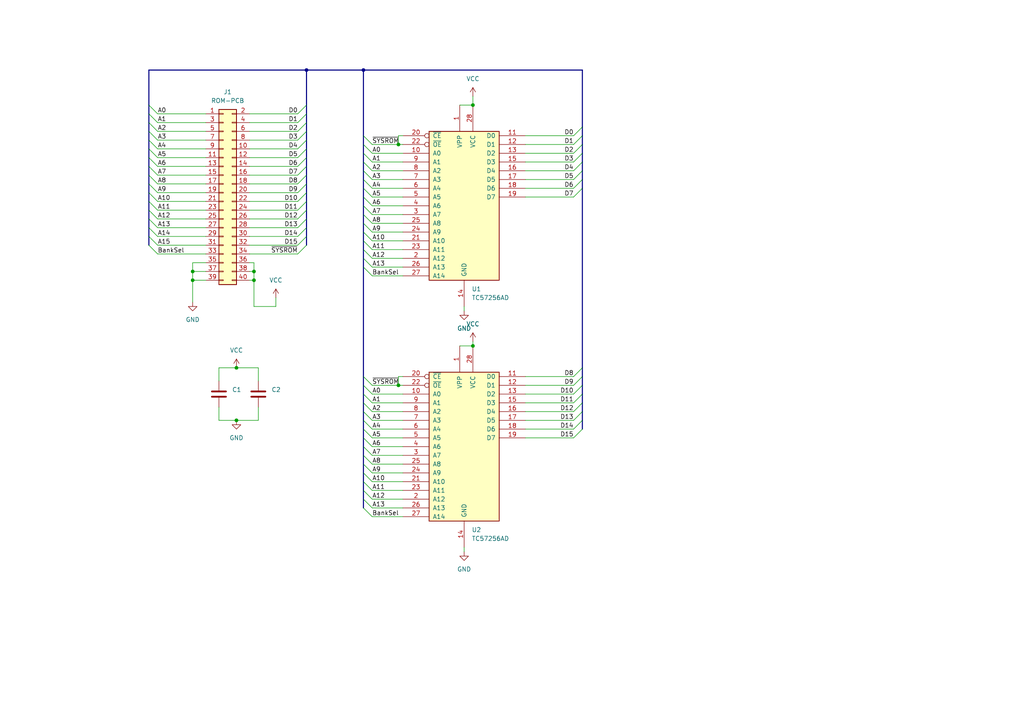
<source format=kicad_sch>
(kicad_sch (version 20230121) (generator eeschema)
  (paper "A4")
  (lib_symbols
    (symbol "Connector_Generic:Conn_02x20_Odd_Even" (pin_names (offset 1.016) hide)
      (property "Reference" "J" (at 1.27 25.4 0))
      (property "Value" "Conn_02x20_Odd_Even" (at 1.27 -27.94 0))
      (symbol "Conn_02x20_Odd_Even_1_1"
        (rectangle (start -1.27 -25.273) (end 0 -25.527) (stroke (width 0.1524)))
        (rectangle (start -1.27 -22.733) (end 0 -22.987) (stroke (width 0.1524)))
        (rectangle (start -1.27 -20.193) (end 0 -20.447) (stroke (width 0.1524)))
        (rectangle (start -1.27 -17.653) (end 0 -17.907) (stroke (width 0.1524)))
        (rectangle (start -1.27 -15.113) (end 0 -15.367) (stroke (width 0.1524)))
        (rectangle (start -1.27 -12.573) (end 0 -12.827) (stroke (width 0.1524)))
        (rectangle (start -1.27 -10.033) (end 0 -10.287) (stroke (width 0.1524)))
        (rectangle (start -1.27 -7.493) (end 0 -7.747) (stroke (width 0.1524)))
        (rectangle (start -1.27 -4.953) (end 0 -5.207) (stroke (width 0.1524)))
        (rectangle (start -1.27 -2.413) (end 0 -2.667) (stroke (width 0.1524)))
        (rectangle (start -1.27 0.127) (end 0 -0.127) (stroke (width 0.1524)))
        (rectangle (start -1.27 2.667) (end 0 2.413) (stroke (width 0.1524)))
        (rectangle (start -1.27 5.207) (end 0 4.953) (stroke (width 0.1524)))
        (rectangle (start -1.27 7.747) (end 0 7.493) (stroke (width 0.1524)))
        (rectangle (start -1.27 10.287) (end 0 10.033) (stroke (width 0.1524)))
        (rectangle (start -1.27 12.827) (end 0 12.573) (stroke (width 0.1524)))
        (rectangle (start -1.27 15.367) (end 0 15.113) (stroke (width 0.1524)))
        (rectangle (start -1.27 17.907) (end 0 17.653) (stroke (width 0.1524)))
        (rectangle (start -1.27 20.447) (end 0 20.193) (stroke (width 0.1524)))
        (rectangle (start -1.27 22.987) (end 0 22.733) (stroke (width 0.1524)))
        (rectangle (start -1.27 24.13) (end 3.81 -26.67) (stroke (width 0.254)) (fill (type background)))
        (rectangle (start 3.81 -25.273) (end 2.54 -25.527) (stroke (width 0.1524)))
        (rectangle (start 3.81 -22.733) (end 2.54 -22.987) (stroke (width 0.1524)))
        (rectangle (start 3.81 -20.193) (end 2.54 -20.447) (stroke (width 0.1524)))
        (rectangle (start 3.81 -17.653) (end 2.54 -17.907) (stroke (width 0.1524)))
        (rectangle (start 3.81 -15.113) (end 2.54 -15.367) (stroke (width 0.1524)))
        (rectangle (start 3.81 -12.573) (end 2.54 -12.827) (stroke (width 0.1524)))
        (rectangle (start 3.81 -10.033) (end 2.54 -10.287) (stroke (width 0.1524)))
        (rectangle (start 3.81 -7.493) (end 2.54 -7.747) (stroke (width 0.1524)))
        (rectangle (start 3.81 -4.953) (end 2.54 -5.207) (stroke (width 0.1524)))
        (rectangle (start 3.81 -2.413) (end 2.54 -2.667) (stroke (width 0.1524)))
        (rectangle (start 3.81 0.127) (end 2.54 -0.127) (stroke (width 0.1524)))
        (rectangle (start 3.81 2.667) (end 2.54 2.413) (stroke (width 0.1524)))
        (rectangle (start 3.81 5.207) (end 2.54 4.953) (stroke (width 0.1524)))
        (rectangle (start 3.81 7.747) (end 2.54 7.493) (stroke (width 0.1524)))
        (rectangle (start 3.81 10.287) (end 2.54 10.033) (stroke (width 0.1524)))
        (rectangle (start 3.81 12.827) (end 2.54 12.573) (stroke (width 0.1524)))
        (rectangle (start 3.81 15.367) (end 2.54 15.113) (stroke (width 0.1524)))
        (rectangle (start 3.81 17.907) (end 2.54 17.653) (stroke (width 0.1524)))
        (rectangle (start 3.81 20.447) (end 2.54 20.193) (stroke (width 0.1524)))
        (rectangle (start 3.81 22.987) (end 2.54 22.733) (stroke (width 0.1524)))
        (pin passive line (at -5.08 22.86 0) (length 3.81) (name "Pin_1") (number "1"))
        (pin passive line (at 7.62 12.7 180) (length 3.81) (name "Pin_10") (number "10"))
        (pin passive line (at -5.08 10.16 0) (length 3.81) (name "Pin_11") (number "11"))
        (pin passive line (at 7.62 10.16 180) (length 3.81) (name "Pin_12") (number "12"))
        (pin passive line (at -5.08 7.62 0) (length 3.81) (name "Pin_13") (number "13"))
        (pin passive line (at 7.62 7.62 180) (length 3.81) (name "Pin_14") (number "14"))
        (pin passive line (at -5.08 5.08 0) (length 3.81) (name "Pin_15") (number "15"))
        (pin passive line (at 7.62 5.08 180) (length 3.81) (name "Pin_16") (number "16"))
        (pin passive line (at -5.08 2.54 0) (length 3.81) (name "Pin_17") (number "17"))
        (pin passive line (at 7.62 2.54 180) (length 3.81) (name "Pin_18") (number "18"))
        (pin passive line (at -5.08 0 0) (length 3.81) (name "Pin_19") (number "19"))
        (pin passive line (at 7.62 22.86 180) (length 3.81) (name "Pin_2") (number "2"))
        (pin passive line (at 7.62 0 180) (length 3.81) (name "Pin_20") (number "20"))
        (pin passive line (at -5.08 -2.54 0) (length 3.81) (name "Pin_21") (number "21"))
        (pin passive line (at 7.62 -2.54 180) (length 3.81) (name "Pin_22") (number "22"))
        (pin passive line (at -5.08 -5.08 0) (length 3.81) (name "Pin_23") (number "23"))
        (pin passive line (at 7.62 -5.08 180) (length 3.81) (name "Pin_24") (number "24"))
        (pin passive line (at -5.08 -7.62 0) (length 3.81) (name "Pin_25") (number "25"))
        (pin passive line (at 7.62 -7.62 180) (length 3.81) (name "Pin_26") (number "26"))
        (pin passive line (at -5.08 -10.16 0) (length 3.81) (name "Pin_27") (number "27"))
        (pin passive line (at 7.62 -10.16 180) (length 3.81) (name "Pin_28") (number "28"))
        (pin passive line (at -5.08 -12.7 0) (length 3.81) (name "Pin_29") (number "29"))
        (pin passive line (at -5.08 20.32 0) (length 3.81) (name "Pin_3") (number "3"))
        (pin passive line (at 7.62 -12.7 180) (length 3.81) (name "Pin_30") (number "30"))
        (pin passive line (at -5.08 -15.24 0) (length 3.81) (name "Pin_31") (number "31"))
        (pin passive line (at 7.62 -15.24 180) (length 3.81) (name "Pin_32") (number "32"))
        (pin passive line (at -5.08 -17.78 0) (length 3.81) (name "Pin_33") (number "33"))
        (pin passive line (at 7.62 -17.78 180) (length 3.81) (name "Pin_34") (number "34"))
        (pin passive line (at -5.08 -20.32 0) (length 3.81) (name "Pin_35") (number "35"))
        (pin passive line (at 7.62 -20.32 180) (length 3.81) (name "Pin_36") (number "36"))
        (pin passive line (at -5.08 -22.86 0) (length 3.81) (name "Pin_37") (number "37"))
        (pin passive line (at 7.62 -22.86 180) (length 3.81) (name "Pin_38") (number "38"))
        (pin passive line (at -5.08 -25.4 0) (length 3.81) (name "Pin_39") (number "39"))
        (pin passive line (at 7.62 20.32 180) (length 3.81) (name "Pin_4") (number "4"))
        (pin passive line (at 7.62 -25.4 180) (length 3.81) (name "Pin_40") (number "40"))
        (pin passive line (at -5.08 17.78 0) (length 3.81) (name "Pin_5") (number "5"))
        (pin passive line (at 7.62 17.78 180) (length 3.81) (name "Pin_6") (number "6"))
        (pin passive line (at -5.08 15.24 0) (length 3.81) (name "Pin_7") (number "7"))
        (pin passive line (at 7.62 15.24 180) (length 3.81) (name "Pin_8") (number "8"))
        (pin passive line (at -5.08 12.7 0) (length 3.81) (name "Pin_9") (number "9"))
      )
    )
    (symbol "CustomChips:TC57256AD" (pin_names (offset 1.016))
      (property "Reference" "U" (at -8.8392 22.86 0))
      (property "Value" "TC57256AD" (at 0 0 0))
      (symbol "TC57256AD_0_1"
        (rectangle (start -10.16 20.32) (end -10.16 20.32))
        (rectangle (start -10.16 21.59) (end 10.16 -21.59) (stroke (width 0.254)) (fill (type background)))
      )
      (symbol "TC57256AD_1_1"
        (pin power_in line (at -1.27 29.21 270) (length 7.62) (name "VPP") (number "1"))
        (pin input line (at -17.78 15.24 0) (length 7.62) (name "A0") (number "10"))
        (pin tri_state line (at 17.78 20.32 180) (length 7.62) (name "D0") (number "11"))
        (pin tri_state line (at 17.78 17.78 180) (length 7.62) (name "D1") (number "12"))
        (pin tri_state line (at 17.78 15.24 180) (length 7.62) (name "D2") (number "13"))
        (pin power_in line (at 0 -29.21 90) (length 7.62) (name "GND") (number "14"))
        (pin tri_state line (at 17.78 12.7 180) (length 7.62) (name "D3") (number "15"))
        (pin tri_state line (at 17.78 10.16 180) (length 7.62) (name "D4") (number "16"))
        (pin tri_state line (at 17.78 7.62 180) (length 7.62) (name "D5") (number "17"))
        (pin tri_state line (at 17.78 5.08 180) (length 7.62) (name "D6") (number "18"))
        (pin tri_state line (at 17.78 2.54 180) (length 7.62) (name "D7") (number "19"))
        (pin input line (at -17.78 -15.24 0) (length 7.62) (name "A12") (number "2"))
        (pin input inverted (at -17.78 20.32 0) (length 7.62) (name "~{CE}") (number "20"))
        (pin input line (at -17.78 -10.16 0) (length 7.62) (name "A10") (number "21"))
        (pin input inverted (at -17.78 17.78 0) (length 7.62) (name "~{OE}") (number "22"))
        (pin input line (at -17.78 -12.7 0) (length 7.62) (name "A11") (number "23"))
        (pin input line (at -17.78 -7.62 0) (length 7.62) (name "A9") (number "24"))
        (pin input line (at -17.78 -5.08 0) (length 7.62) (name "A8") (number "25"))
        (pin input line (at -17.78 -17.78 0) (length 7.62) (name "A13") (number "26"))
        (pin input line (at -17.78 -20.32 0) (length 7.62) (name "A14") (number "27"))
        (pin power_in line (at 2.54 29.21 270) (length 7.62) (name "VCC") (number "28"))
        (pin input line (at -17.78 -2.54 0) (length 7.62) (name "A7") (number "3"))
        (pin input line (at -17.78 0 0) (length 7.62) (name "A6") (number "4"))
        (pin input line (at -17.78 2.54 0) (length 7.62) (name "A5") (number "5"))
        (pin input line (at -17.78 5.08 0) (length 7.62) (name "A4") (number "6"))
        (pin input line (at -17.78 7.62 0) (length 7.62) (name "A3") (number "7"))
        (pin input line (at -17.78 10.16 0) (length 7.62) (name "A2") (number "8"))
        (pin input line (at -17.78 12.7 0) (length 7.62) (name "A1") (number "9"))
      )
    )
    (symbol "Device:C" (pin_numbers hide) (pin_names (offset 0.254))
      (property "Reference" "C" (at 0.635 2.54 0))
      (property "Value" "C" (at 0.635 -2.54 0))
      (symbol "C_0_1"
        (polyline (pts (xy -2.032 -0.762) (xy 2.032 -0.762)) (stroke (width 0.508)))
        (polyline (pts (xy -2.032 0.762) (xy 2.032 0.762)) (stroke (width 0.508)))
      )
      (symbol "C_1_1"
        (pin passive line (at 0 3.81 270) (length 2.794) (name "~") (number "1"))
        (pin passive line (at 0 -3.81 90) (length 2.794) (name "~") (number "2"))
      )
    )
    (symbol "power:GND" (power) (pin_names (offset 0))
      (property "Value" "GND" (at 0 -3.81 0))
      (symbol "GND_0_1"
        (polyline (pts (xy 0 0) (xy 0 -1.27) (xy 1.27 -1.27) (xy 0 -2.54) (xy -1.27 -1.27) (xy 0 -1.27)))
      )
      (symbol "GND_1_1"
        (pin power_in line (at 0 0 270) (length 0) hide (name "GND") (number "1"))
      )
    )
    (symbol "power:VCC" (power) (pin_names (offset 0))
      (property "Value" "VCC" (at 0 3.81 0))
      (symbol "VCC_0_1"
        (polyline (pts (xy -0.762 1.27) (xy 0 2.54)))
        (polyline (pts (xy 0 0) (xy 0 2.54)))
        (polyline (pts (xy 0 2.54) (xy 0.762 1.27)))
      )
      (symbol "VCC_1_1"
        (pin power_in line (at 0 0 90) (length 0) hide (name "VCC") (number "1"))
      )
    )
  )
  (junction (at 115.57 41.91))
  (junction (at 137.16 30.48))
  (junction (at 73.66 78.74))
  (junction (at 105.41 20.32))
  (junction (at 55.88 78.74))
  (junction (at 88.9 20.32))
  (junction (at 137.16 100.33))
  (junction (at 115.57 111.76))
  (junction (at 68.58 106.68))
  (junction (at 73.66 81.28))
  (junction (at 55.88 81.28))
  (junction (at 68.58 121.92))
  (bus_entry (at 45.72 53.34) (size -2.54 -2.54))
  (bus_entry (at 168.91 49.53) (size -2.54 2.54))
  (bus_entry (at 88.9 68.58) (size -2.54 2.54))
  (bus_entry (at 107.95 121.92) (size -2.54 -2.54))
  (bus_entry (at 45.72 66.04) (size -2.54 -2.54))
  (bus_entry (at 88.9 55.88) (size -2.54 2.54))
  (bus_entry (at 45.72 58.42) (size -2.54 -2.54))
  (bus_entry (at 45.72 60.96) (size -2.54 -2.54))
  (bus_entry (at 107.95 44.45) (size -2.54 -2.54))
  (bus_entry (at 107.95 64.77) (size -2.54 -2.54))
  (bus_entry (at 107.95 46.99) (size -2.54 -2.54))
  (bus_entry (at 168.91 111.76) (size -2.54 2.54))
  (bus_entry (at 88.9 30.48) (size -2.54 2.54))
  (bus_entry (at 107.95 77.47) (size -2.54 -2.54))
  (bus_entry (at 107.95 147.32) (size -2.54 -2.54))
  (bus_entry (at 45.72 68.58) (size -2.54 -2.54))
  (bus_entry (at 107.95 124.46) (size -2.54 -2.54))
  (bus_entry (at 168.91 36.83) (size -2.54 2.54))
  (bus_entry (at 107.95 72.39) (size -2.54 -2.54))
  (bus_entry (at 45.72 48.26) (size -2.54 -2.54))
  (bus_entry (at 168.91 46.99) (size -2.54 2.54))
  (bus_entry (at 45.72 33.02) (size -2.54 -2.54))
  (bus_entry (at 88.9 50.8) (size -2.54 2.54))
  (bus_entry (at 107.95 142.24) (size -2.54 -2.54))
  (bus_entry (at 107.95 134.62) (size -2.54 -2.54))
  (bus_entry (at 88.9 58.42) (size -2.54 2.54))
  (bus_entry (at 107.95 74.93) (size -2.54 -2.54))
  (bus_entry (at 107.95 62.23) (size -2.54 -2.54))
  (bus_entry (at 168.91 39.37) (size -2.54 2.54))
  (bus_entry (at 45.72 45.72) (size -2.54 -2.54))
  (bus_entry (at 88.9 63.5) (size -2.54 2.54))
  (bus_entry (at 88.9 60.96) (size -2.54 2.54))
  (bus_entry (at 88.9 71.12) (size -2.54 2.54))
  (bus_entry (at 107.95 127) (size -2.54 -2.54))
  (bus_entry (at 107.95 149.86) (size -2.54 -2.54))
  (bus_entry (at 107.95 144.78) (size -2.54 -2.54))
  (bus_entry (at 168.91 114.3) (size -2.54 2.54))
  (bus_entry (at 45.72 50.8) (size -2.54 -2.54))
  (bus_entry (at 107.95 132.08) (size -2.54 -2.54))
  (bus_entry (at 107.95 129.54) (size -2.54 -2.54))
  (bus_entry (at 107.95 137.16) (size -2.54 -2.54))
  (bus_entry (at 88.9 40.64) (size -2.54 2.54))
  (bus_entry (at 168.91 121.92) (size -2.54 2.54))
  (bus_entry (at 45.72 71.12) (size -2.54 -2.54))
  (bus_entry (at 107.95 80.01) (size -2.54 -2.54))
  (bus_entry (at 168.91 44.45) (size -2.54 2.54))
  (bus_entry (at 88.9 53.34) (size -2.54 2.54))
  (bus_entry (at 105.41 39.37) (size 2.54 2.54))
  (bus_entry (at 168.91 41.91) (size -2.54 2.54))
  (bus_entry (at 107.95 69.85) (size -2.54 -2.54))
  (bus_entry (at 105.41 109.22) (size 2.54 2.54))
  (bus_entry (at 88.9 45.72) (size -2.54 2.54))
  (bus_entry (at 168.91 54.61) (size -2.54 2.54))
  (bus_entry (at 107.95 139.7) (size -2.54 -2.54))
  (bus_entry (at 88.9 43.18) (size -2.54 2.54))
  (bus_entry (at 107.95 59.69) (size -2.54 -2.54))
  (bus_entry (at 107.95 67.31) (size -2.54 -2.54))
  (bus_entry (at 168.91 116.84) (size -2.54 2.54))
  (bus_entry (at 168.91 109.22) (size -2.54 2.54))
  (bus_entry (at 168.91 124.46) (size -2.54 2.54))
  (bus_entry (at 45.72 40.64) (size -2.54 -2.54))
  (bus_entry (at 88.9 48.26) (size -2.54 2.54))
  (bus_entry (at 45.72 55.88) (size -2.54 -2.54))
  (bus_entry (at 88.9 35.56) (size -2.54 2.54))
  (bus_entry (at 168.91 106.68) (size -2.54 2.54))
  (bus_entry (at 45.72 43.18) (size -2.54 -2.54))
  (bus_entry (at 168.91 52.07) (size -2.54 2.54))
  (bus_entry (at 43.18 71.12) (size 2.54 2.54))
  (bus_entry (at 45.72 38.1) (size -2.54 -2.54))
  (bus_entry (at 88.9 38.1) (size -2.54 2.54))
  (bus_entry (at 88.9 33.02) (size -2.54 2.54))
  (bus_entry (at 107.95 116.84) (size -2.54 -2.54))
  (bus_entry (at 107.95 57.15) (size -2.54 -2.54))
  (bus_entry (at 107.95 54.61) (size -2.54 -2.54))
  (bus_entry (at 107.95 52.07) (size -2.54 -2.54))
  (bus_entry (at 107.95 49.53) (size -2.54 -2.54))
  (bus_entry (at 107.95 114.3) (size -2.54 -2.54))
  (bus_entry (at 107.95 119.38) (size -2.54 -2.54))
  (bus_entry (at 88.9 66.04) (size -2.54 2.54))
  (bus_entry (at 168.91 119.38) (size -2.54 2.54))
  (bus_entry (at 45.72 63.5) (size -2.54 -2.54))
  (bus_entry (at 45.72 35.56) (size -2.54 -2.54))
  (wire (pts (xy 107.95 77.47) (xy 116.84 77.47)))
  (wire (pts (xy 74.93 118.11) (xy 74.93 121.92)))
  (wire (pts (xy 59.69 33.02) (xy 45.72 33.02)))
  (bus (pts (xy 88.9 58.42) (xy 88.9 60.96)))
  (wire (pts (xy 73.66 81.28) (xy 72.39 81.28)))
  (bus (pts (xy 88.9 50.8) (xy 88.9 53.34)))
  (wire (pts (xy 59.69 66.04) (xy 45.72 66.04)))
  (bus (pts (xy 105.41 119.38) (xy 105.41 116.84)))
  (wire (pts (xy 55.88 78.74) (xy 59.69 78.74)))
  (wire (pts (xy 63.5 118.11) (xy 63.5 121.92)))
  (wire (pts (xy 152.4 57.15) (xy 166.37 57.15)))
  (bus (pts (xy 168.91 52.07) (xy 168.91 54.61)))
  (wire (pts (xy 72.39 68.58) (xy 86.36 68.58)))
  (wire (pts (xy 137.16 99.06) (xy 137.16 100.33)))
  (wire (pts (xy 72.39 58.42) (xy 86.36 58.42)))
  (bus (pts (xy 43.18 55.88) (xy 43.18 53.34)))
  (wire (pts (xy 152.4 116.84) (xy 166.37 116.84)))
  (bus (pts (xy 168.91 116.84) (xy 168.91 119.38)))
  (wire (pts (xy 107.95 111.76) (xy 115.57 111.76)))
  (bus (pts (xy 105.41 114.3) (xy 105.41 116.84)))
  (bus (pts (xy 105.41 52.07) (xy 105.41 49.53)))
  (wire (pts (xy 107.95 114.3) (xy 116.84 114.3)))
  (bus (pts (xy 43.18 66.04) (xy 43.18 63.5)))
  (bus (pts (xy 105.41 59.69) (xy 105.41 57.15)))
  (wire (pts (xy 107.95 64.77) (xy 116.84 64.77)))
  (wire (pts (xy 59.69 40.64) (xy 45.72 40.64)))
  (wire (pts (xy 72.39 43.18) (xy 86.36 43.18)))
  (bus (pts (xy 43.18 68.58) (xy 43.18 71.12)))
  (bus (pts (xy 43.18 63.5) (xy 43.18 60.96)))
  (wire (pts (xy 107.95 49.53) (xy 116.84 49.53)))
  (wire (pts (xy 107.95 44.45) (xy 116.84 44.45)))
  (bus (pts (xy 105.41 77.47) (xy 105.41 109.22)))
  (bus (pts (xy 88.9 38.1) (xy 88.9 40.64)))
  (wire (pts (xy 152.4 54.61) (xy 166.37 54.61)))
  (bus (pts (xy 88.9 48.26) (xy 88.9 50.8)))
  (bus (pts (xy 88.9 33.02) (xy 88.9 35.56)))
  (wire (pts (xy 133.35 30.48) (xy 137.16 30.48)))
  (wire (pts (xy 59.69 60.96) (xy 45.72 60.96)))
  (wire (pts (xy 107.95 41.91) (xy 115.57 41.91)))
  (bus (pts (xy 105.41 20.32) (xy 105.41 39.37)))
  (bus (pts (xy 43.18 38.1) (xy 43.18 35.56)))
  (wire (pts (xy 59.69 53.34) (xy 45.72 53.34)))
  (wire (pts (xy 63.5 110.49) (xy 63.5 106.68)))
  (wire (pts (xy 72.39 45.72) (xy 86.36 45.72)))
  (wire (pts (xy 152.4 127) (xy 166.37 127)))
  (wire (pts (xy 133.35 100.33) (xy 137.16 100.33)))
  (wire (pts (xy 59.69 68.58) (xy 45.72 68.58)))
  (wire (pts (xy 59.69 38.1) (xy 45.72 38.1)))
  (wire (pts (xy 45.72 73.66) (xy 59.69 73.66)))
  (wire (pts (xy 107.95 142.24) (xy 116.84 142.24)))
  (wire (pts (xy 107.95 121.92) (xy 116.84 121.92)))
  (bus (pts (xy 168.91 121.92) (xy 168.91 124.46)))
  (bus (pts (xy 43.18 48.26) (xy 43.18 45.72)))
  (wire (pts (xy 107.95 134.62) (xy 116.84 134.62)))
  (bus (pts (xy 105.41 114.3) (xy 105.41 111.76)))
  (wire (pts (xy 68.58 106.68) (xy 74.93 106.68)))
  (wire (pts (xy 107.95 139.7) (xy 116.84 139.7)))
  (wire (pts (xy 107.95 80.01) (xy 116.84 80.01)))
  (bus (pts (xy 88.9 20.32) (xy 88.9 30.48)))
  (wire (pts (xy 152.4 121.92) (xy 166.37 121.92)))
  (wire (pts (xy 116.84 109.22) (xy 115.57 109.22)))
  (wire (pts (xy 63.5 106.68) (xy 68.58 106.68)))
  (bus (pts (xy 168.91 54.61) (xy 168.91 106.68)))
  (bus (pts (xy 168.91 20.32) (xy 105.41 20.32)))
  (bus (pts (xy 43.18 33.02) (xy 43.18 30.48)))
  (bus (pts (xy 43.18 33.02) (xy 43.18 35.56)))
  (wire (pts (xy 107.95 116.84) (xy 116.84 116.84)))
  (wire (pts (xy 152.4 41.91) (xy 166.37 41.91)))
  (bus (pts (xy 88.9 53.34) (xy 88.9 55.88)))
  (bus (pts (xy 105.41 124.46) (xy 105.41 121.92)))
  (wire (pts (xy 115.57 109.22) (xy 115.57 111.76)))
  (bus (pts (xy 105.41 137.16) (xy 105.41 134.62)))
  (bus (pts (xy 43.18 58.42) (xy 43.18 55.88)))
  (wire (pts (xy 72.39 55.88) (xy 86.36 55.88)))
  (bus (pts (xy 88.9 66.04) (xy 88.9 68.58)))
  (wire (pts (xy 72.39 33.02) (xy 86.36 33.02)))
  (wire (pts (xy 72.39 35.56) (xy 86.36 35.56)))
  (wire (pts (xy 107.95 119.38) (xy 116.84 119.38)))
  (bus (pts (xy 105.41 69.85) (xy 105.41 67.31)))
  (bus (pts (xy 105.41 59.69) (xy 105.41 62.23)))
  (bus (pts (xy 105.41 39.37) (xy 105.41 41.91)))
  (bus (pts (xy 88.9 35.56) (xy 88.9 38.1)))
  (wire (pts (xy 80.01 88.9) (xy 80.01 86.36)))
  (wire (pts (xy 72.39 73.66) (xy 86.36 73.66)))
  (bus (pts (xy 168.91 114.3) (xy 168.91 116.84)))
  (wire (pts (xy 107.95 67.31) (xy 116.84 67.31)))
  (wire (pts (xy 137.16 27.94) (xy 137.16 30.48)))
  (wire (pts (xy 107.95 144.78) (xy 116.84 144.78)))
  (wire (pts (xy 74.93 121.92) (xy 68.58 121.92)))
  (wire (pts (xy 107.95 52.07) (xy 116.84 52.07)))
  (wire (pts (xy 107.95 57.15) (xy 116.84 57.15)))
  (bus (pts (xy 168.91 119.38) (xy 168.91 121.92)))
  (wire (pts (xy 59.69 48.26) (xy 45.72 48.26)))
  (wire (pts (xy 72.39 60.96) (xy 86.36 60.96)))
  (bus (pts (xy 168.91 109.22) (xy 168.91 111.76)))
  (bus (pts (xy 43.18 40.64) (xy 43.18 38.1)))
  (bus (pts (xy 168.91 111.76) (xy 168.91 114.3)))
  (wire (pts (xy 115.57 41.91) (xy 116.84 41.91)))
  (bus (pts (xy 105.41 109.22) (xy 105.41 111.76)))
  (bus (pts (xy 43.18 20.32) (xy 43.18 30.48)))
  (bus (pts (xy 43.18 68.58) (xy 43.18 66.04)))
  (wire (pts (xy 116.84 39.37) (xy 115.57 39.37)))
  (bus (pts (xy 168.91 39.37) (xy 168.91 41.91)))
  (bus (pts (xy 88.9 63.5) (xy 88.9 66.04)))
  (wire (pts (xy 72.39 78.74) (xy 73.66 78.74)))
  (wire (pts (xy 73.66 88.9) (xy 80.01 88.9)))
  (bus (pts (xy 105.41 129.54) (xy 105.41 127)))
  (wire (pts (xy 107.95 149.86) (xy 116.84 149.86)))
  (wire (pts (xy 72.39 53.34) (xy 86.36 53.34)))
  (wire (pts (xy 115.57 111.76) (xy 116.84 111.76)))
  (wire (pts (xy 107.95 74.93) (xy 116.84 74.93)))
  (wire (pts (xy 74.93 106.68) (xy 74.93 110.49)))
  (wire (pts (xy 55.88 81.28) (xy 59.69 81.28)))
  (wire (pts (xy 72.39 50.8) (xy 86.36 50.8)))
  (wire (pts (xy 152.4 119.38) (xy 166.37 119.38)))
  (bus (pts (xy 105.41 121.92) (xy 105.41 119.38)))
  (bus (pts (xy 43.18 60.96) (xy 43.18 58.42)))
  (bus (pts (xy 88.9 20.32) (xy 105.41 20.32)))
  (bus (pts (xy 105.41 49.53) (xy 105.41 46.99)))
  (wire (pts (xy 152.4 124.46) (xy 166.37 124.46)))
  (bus (pts (xy 105.41 64.77) (xy 105.41 62.23)))
  (bus (pts (xy 105.41 147.32) (xy 105.41 144.78)))
  (bus (pts (xy 105.41 139.7) (xy 105.41 137.16)))
  (bus (pts (xy 88.9 30.48) (xy 88.9 33.02)))
  (wire (pts (xy 59.69 35.56) (xy 45.72 35.56)))
  (wire (pts (xy 107.95 59.69) (xy 116.84 59.69)))
  (wire (pts (xy 115.57 39.37) (xy 115.57 41.91)))
  (bus (pts (xy 168.91 36.83) (xy 168.91 39.37)))
  (wire (pts (xy 107.95 72.39) (xy 116.84 72.39)))
  (bus (pts (xy 105.41 129.54) (xy 105.41 132.08)))
  (wire (pts (xy 55.88 76.2) (xy 55.88 78.74)))
  (wire (pts (xy 152.4 114.3) (xy 166.37 114.3)))
  (bus (pts (xy 43.18 45.72) (xy 43.18 43.18)))
  (wire (pts (xy 59.69 50.8) (xy 45.72 50.8)))
  (bus (pts (xy 168.91 49.53) (xy 168.91 52.07)))
  (wire (pts (xy 72.39 48.26) (xy 86.36 48.26)))
  (bus (pts (xy 105.41 44.45) (xy 105.41 41.91)))
  (wire (pts (xy 107.95 124.46) (xy 116.84 124.46)))
  (bus (pts (xy 105.41 127) (xy 105.41 124.46)))
  (wire (pts (xy 72.39 38.1) (xy 86.36 38.1)))
  (wire (pts (xy 63.5 121.92) (xy 68.58 121.92)))
  (wire (pts (xy 152.4 46.99) (xy 166.37 46.99)))
  (wire (pts (xy 72.39 76.2) (xy 73.66 76.2)))
  (bus (pts (xy 105.41 134.62) (xy 105.41 132.08)))
  (bus (pts (xy 88.9 60.96) (xy 88.9 63.5)))
  (wire (pts (xy 107.95 137.16) (xy 116.84 137.16)))
  (bus (pts (xy 88.9 55.88) (xy 88.9 58.42)))
  (bus (pts (xy 168.91 46.99) (xy 168.91 49.53)))
  (wire (pts (xy 59.69 45.72) (xy 45.72 45.72)))
  (bus (pts (xy 105.41 74.93) (xy 105.41 72.39)))
  (wire (pts (xy 72.39 66.04) (xy 86.36 66.04)))
  (bus (pts (xy 43.18 20.32) (xy 88.9 20.32)))
  (bus (pts (xy 168.91 20.32) (xy 168.91 36.83)))
  (wire (pts (xy 72.39 40.64) (xy 86.36 40.64)))
  (wire (pts (xy 73.66 81.28) (xy 73.66 88.9)))
  (bus (pts (xy 43.18 48.26) (xy 43.18 50.8)))
  (wire (pts (xy 152.4 39.37) (xy 166.37 39.37)))
  (wire (pts (xy 107.95 62.23) (xy 116.84 62.23)))
  (wire (pts (xy 55.88 78.74) (xy 55.88 81.28)))
  (bus (pts (xy 105.41 57.15) (xy 105.41 54.61)))
  (bus (pts (xy 88.9 40.64) (xy 88.9 43.18)))
  (bus (pts (xy 105.41 44.45) (xy 105.41 46.99)))
  (wire (pts (xy 59.69 76.2) (xy 55.88 76.2)))
  (wire (pts (xy 152.4 111.76) (xy 166.37 111.76)))
  (bus (pts (xy 88.9 43.18) (xy 88.9 45.72)))
  (bus (pts (xy 105.41 77.47) (xy 105.41 74.93)))
  (wire (pts (xy 107.95 129.54) (xy 116.84 129.54)))
  (bus (pts (xy 168.91 41.91) (xy 168.91 44.45)))
  (wire (pts (xy 55.88 81.28) (xy 55.88 87.63)))
  (bus (pts (xy 105.41 72.39) (xy 105.41 69.85)))
  (wire (pts (xy 152.4 49.53) (xy 166.37 49.53)))
  (wire (pts (xy 152.4 52.07) (xy 166.37 52.07)))
  (wire (pts (xy 107.95 69.85) (xy 116.84 69.85)))
  (bus (pts (xy 88.9 68.58) (xy 88.9 71.12)))
  (wire (pts (xy 73.66 76.2) (xy 73.66 78.74)))
  (wire (pts (xy 152.4 109.22) (xy 166.37 109.22)))
  (bus (pts (xy 105.41 144.78) (xy 105.41 142.24)))
  (wire (pts (xy 152.4 44.45) (xy 166.37 44.45)))
  (wire (pts (xy 107.95 132.08) (xy 116.84 132.08)))
  (wire (pts (xy 59.69 71.12) (xy 45.72 71.12)))
  (bus (pts (xy 168.91 106.68) (xy 168.91 109.22)))
  (wire (pts (xy 134.62 158.75) (xy 134.62 160.02)))
  (wire (pts (xy 59.69 55.88) (xy 45.72 55.88)))
  (bus (pts (xy 88.9 45.72) (xy 88.9 48.26)))
  (wire (pts (xy 73.66 78.74) (xy 73.66 81.28)))
  (bus (pts (xy 168.91 44.45) (xy 168.91 46.99)))
  (wire (pts (xy 59.69 63.5) (xy 45.72 63.5)))
  (wire (pts (xy 107.95 127) (xy 116.84 127)))
  (wire (pts (xy 134.62 88.9) (xy 134.62 90.17)))
  (wire (pts (xy 59.69 58.42) (xy 45.72 58.42)))
  (bus (pts (xy 43.18 43.18) (xy 43.18 40.64)))
  (wire (pts (xy 107.95 54.61) (xy 116.84 54.61)))
  (bus (pts (xy 105.41 54.61) (xy 105.41 52.07)))
  (bus (pts (xy 43.18 53.34) (xy 43.18 50.8)))
  (wire (pts (xy 72.39 71.12) (xy 86.36 71.12)))
  (wire (pts (xy 107.95 147.32) (xy 116.84 147.32)))
  (wire (pts (xy 72.39 63.5) (xy 86.36 63.5)))
  (bus (pts (xy 105.41 142.24) (xy 105.41 139.7)))
  (bus (pts (xy 105.41 67.31) (xy 105.41 64.77)))
  (wire (pts (xy 59.69 43.18) (xy 45.72 43.18)))
  (wire (pts (xy 107.95 46.99) (xy 116.84 46.99)))
  (label "D8" (at 166.37 109.22 180))
  (label "A2" (at 45.72 38.1 0))
  (label "D12" (at 86.36 63.5 180))
  (label "A9" (at 107.95 67.31 0))
  (label "A0" (at 45.72 33.02 0))
  (label "A8" (at 107.95 134.62 0))
  (label "D10" (at 166.37 114.3 180))
  (label "A1" (at 107.95 116.84 0))
  (label "A8" (at 45.72 53.34 0))
  (label "D13" (at 86.36 66.04 180))
  (label "D13" (at 166.37 121.92 180))
  (label "D10" (at 86.36 58.42 180))
  (label "A2" (at 107.95 49.53 0))
  (label "D0" (at 86.36 33.02 180))
  (label "D11" (at 86.36 60.96 180))
  (label "A5" (at 45.72 45.72 0))
  (label "BankSel" (at 107.95 80.01 0))
  (label "A10" (at 45.72 58.42 0))
  (label "D4" (at 86.36 43.18 180))
  (label "D12" (at 166.37 119.38 180))
  (label "A0" (at 107.95 114.3 0))
  (label "D9" (at 86.36 55.88 180))
  (label "D1" (at 166.37 41.91 180))
  (label "D3" (at 166.37 46.99 180))
  (label "A9" (at 107.95 137.16 0))
  (label "BankSel" (at 45.72 73.66 0))
  (label "A13" (at 107.95 147.32 0))
  (label "A12" (at 107.95 144.78 0))
  (label "~{SYSROM}" (at 86.36 73.66 180))
  (label "D14" (at 86.36 68.58 180))
  (label "A5" (at 107.95 57.15 0))
  (label "D5" (at 166.37 52.07 180))
  (label "A7" (at 107.95 62.23 0))
  (label "D2" (at 86.36 38.1 180))
  (label "A14" (at 45.72 68.58 0))
  (label "D15" (at 166.37 127 180))
  (label "A5" (at 107.95 127 0))
  (label "A6" (at 45.72 48.26 0))
  (label "D7" (at 166.37 57.15 180))
  (label "A9" (at 45.72 55.88 0))
  (label "A2" (at 107.95 119.38 0))
  (label "A0" (at 107.95 44.45 0))
  (label "A8" (at 107.95 64.77 0))
  (label "D5" (at 86.36 45.72 180))
  (label "D14" (at 166.37 124.46 180))
  (label "D11" (at 166.37 116.84 180))
  (label "A6" (at 107.95 59.69 0))
  (label "A10" (at 107.95 69.85 0))
  (label "D15" (at 86.36 71.12 180))
  (label "A7" (at 107.95 132.08 0))
  (label "D9" (at 166.37 111.76 180))
  (label "A4" (at 45.72 43.18 0))
  (label "BankSel" (at 107.95 149.86 0))
  (label "D6" (at 86.36 48.26 180))
  (label "A6" (at 107.95 129.54 0))
  (label "A3" (at 45.72 40.64 0))
  (label "A3" (at 107.95 52.07 0))
  (label "D8" (at 86.36 53.34 180))
  (label "A1" (at 107.95 46.99 0))
  (label "A15" (at 45.72 71.12 0))
  (label "~{SYSROM}" (at 107.95 111.76 0))
  (label "D0" (at 166.37 39.37 180))
  (label "A11" (at 45.72 60.96 0))
  (label "A3" (at 107.95 121.92 0))
  (label "A11" (at 107.95 72.39 0))
  (label "A4" (at 107.95 54.61 0))
  (label "A7" (at 45.72 50.8 0))
  (label "A13" (at 107.95 77.47 0))
  (label "A11" (at 107.95 142.24 0))
  (label "D3" (at 86.36 40.64 180))
  (label "A12" (at 107.95 74.93 0))
  (label "A1" (at 45.72 35.56 0))
  (label "D6" (at 166.37 54.61 180))
  (label "D7" (at 86.36 50.8 180))
  (label "A4" (at 107.95 124.46 0))
  (label "D4" (at 166.37 49.53 180))
  (label "A10" (at 107.95 139.7 0))
  (label "~{SYSROM}" (at 107.95 41.91 0))
  (label "D1" (at 86.36 35.56 180))
  (label "A13" (at 45.72 66.04 0))
  (label "D2" (at 166.37 44.45 180))
  (label "A12" (at 45.72 63.5 0))
  (symbol (lib_id "Connector_Generic:Conn_02x20_Odd_Even") (at 64.77 55.88 0) (unit 1)
    (property "Reference" "J1" (at 66.04 26.67 0))
    (property "Value" "ROM-PCB" (at 66.04 29.21 0))
    (property "Footprint" "Connector_PinHeader_2.54mm:PinHeader_2x20_P2.54mm_Vertical" (effects hide))
  )
  (symbol (lib_id "power:GND") (at 134.62 160.02 0) (unit 1)
    (property "Reference" "#PWR06" (effects hide))
    (property "Value" "GND" (at 134.62 165.1 0))
  )
  (symbol (lib_id "CustomChips:TC57256AD") (at 134.62 129.54 0) (unit 1)
    (property "Reference" "U2" (at 136.8141 153.67 0) (effects (justify left)))
    (property "Value" "TC57256AD" (at 136.8141 156.21 0) (effects (justify left)))
    (property "Footprint" "Package_DIP:DIP-28_W15.24mm_LongPads" (effects hide))
  )
  (symbol (lib_id "power:VCC") (at 68.58 106.68 0) (unit 1)
    (property "Reference" "#PWR08" (effects hide))
    (property "Value" "VCC" (at 68.58 101.6 0))
  )
  (symbol (lib_id "power:VCC") (at 80.01 86.36 0) (unit 1)
    (property "Reference" "#PWR03" (effects hide))
    (property "Value" "VCC" (at 80.01 81.28 0))
  )
  (symbol (lib_id "Device:C") (at 74.93 114.3 0) (unit 1)
    (property "Reference" "C2" (at 78.74 113.03 0) (effects (justify left)))
    (property "Value" "C" (effects hide))
    (property "Footprint" "Capacitor_THT:C_Disc_D5.1mm_W3.2mm_P5.00mm" (effects hide))
  )
  (symbol (lib_id "power:GND") (at 55.88 87.63 0) (unit 1)
    (property "Reference" "#PWR02" (effects hide))
    (property "Value" "GND" (at 55.88 92.71 0))
  )
  (symbol (lib_id "Device:C") (at 63.5 114.3 0) (unit 1)
    (property "Reference" "C1" (at 67.31 113.03 0) (effects (justify left)))
    (property "Value" "C" (effects hide))
    (property "Footprint" "Capacitor_THT:C_Disc_D5.1mm_W3.2mm_P5.00mm" (effects hide))
  )
  (symbol (lib_id "CustomChips:TC57256AD") (at 134.62 59.69 0) (unit 1)
    (property "Reference" "U1" (at 136.8141 83.82 0) (effects (justify left)))
    (property "Value" "TC57256AD" (at 136.8141 86.36 0) (effects (justify left)))
    (property "Footprint" "Package_DIP:DIP-28_W15.24mm_LongPads" (effects hide))
  )
  (symbol (lib_id "power:GND") (at 134.62 90.17 0) (unit 1)
    (property "Reference" "#PWR05" (effects hide))
    (property "Value" "GND" (at 134.62 95.25 0))
  )
  (symbol (lib_id "power:VCC") (at 137.16 99.06 0) (unit 1)
    (property "Reference" "#PWR04" (effects hide))
    (property "Value" "VCC" (at 137.16 93.98 0))
  )
  (symbol (lib_id "power:VCC") (at 137.16 27.94 0) (unit 1)
    (property "Reference" "#PWR01" (effects hide))
    (property "Value" "VCC" (at 137.16 22.86 0))
  )
  (symbol (lib_id "power:GND") (at 68.58 121.92 0) (unit 1)
    (property "Reference" "#PWR07" (effects hide))
    (property "Value" "GND" (at 68.58 127 0))
  )
)
</source>
